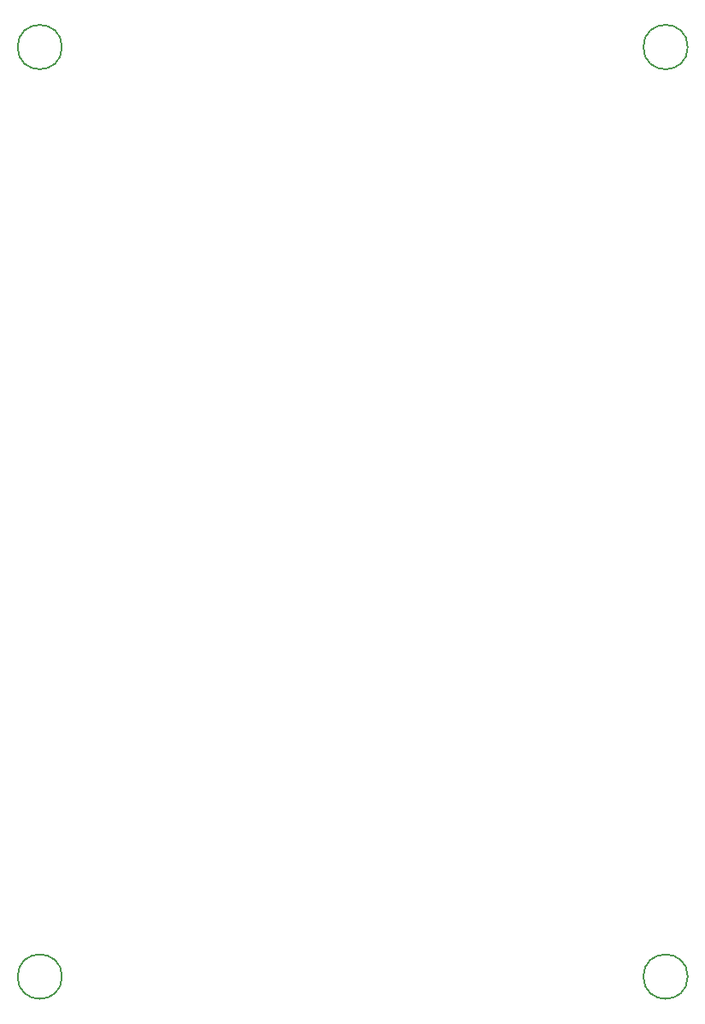
<source format=gbr>
%TF.GenerationSoftware,KiCad,Pcbnew,7.0.8-7.0.8~ubuntu22.04.1*%
%TF.CreationDate,2023-12-15T13:59:40+01:00*%
%TF.ProjectId,MecanumDevBoard,4d656361-6e75-46d4-9465-76426f617264,1.0*%
%TF.SameCoordinates,Original*%
%TF.FileFunction,Other,Comment*%
%FSLAX46Y46*%
G04 Gerber Fmt 4.6, Leading zero omitted, Abs format (unit mm)*
G04 Created by KiCad (PCBNEW 7.0.8-7.0.8~ubuntu22.04.1) date 2023-12-15 13:59:40*
%MOMM*%
%LPD*%
G01*
G04 APERTURE LIST*
%ADD10C,0.150000*%
G04 APERTURE END LIST*
D10*
%TO.C,H2*%
X74640000Y-94080000D02*
G75*
G03*
X74640000Y-94080000I-2200000J0D01*
G01*
%TO.C,H4*%
X74640000Y-186080000D02*
G75*
G03*
X74640000Y-186080000I-2200000J0D01*
G01*
%TO.C,H3*%
X136640000Y-186080000D02*
G75*
G03*
X136640000Y-186080000I-2200000J0D01*
G01*
%TO.C,H1*%
X136640000Y-94080000D02*
G75*
G03*
X136640000Y-94080000I-2200000J0D01*
G01*
%TD*%
M02*

</source>
